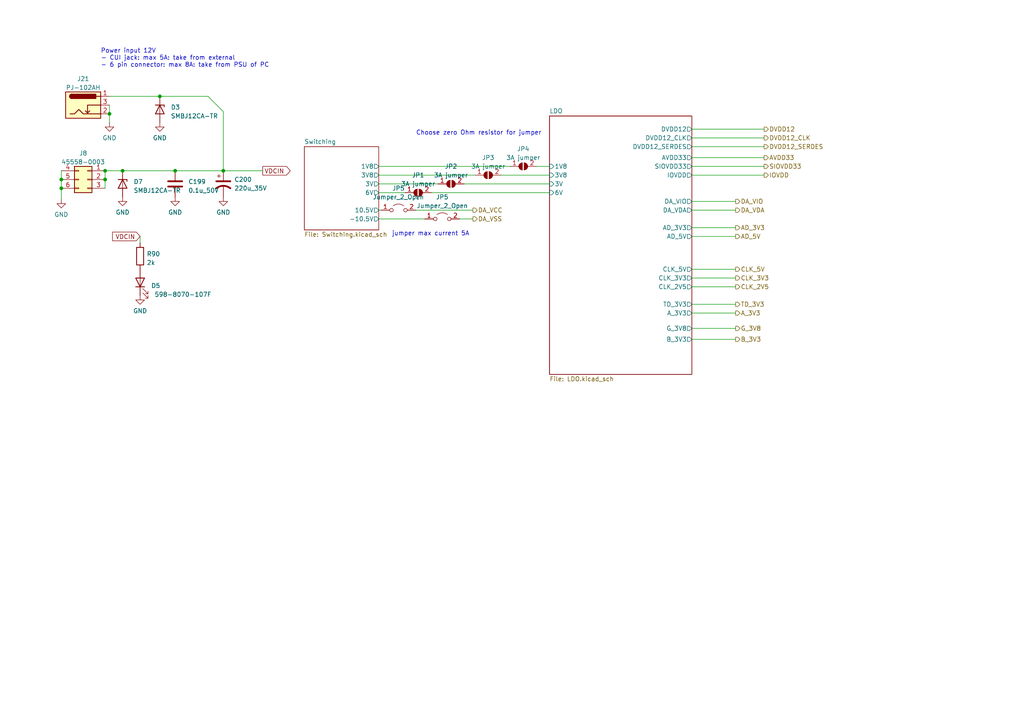
<source format=kicad_sch>
(kicad_sch (version 20230121) (generator eeschema)
  (paper "A4")
  (lib_symbols
    (symbol "Connector:Barrel_Jack_Switch" (pin_names hide)
      (property "Reference" "J" (at 0 5.334 0))
      (property "Value" "Barrel_Jack_Switch" (at 0 -5.08 0))
      (symbol "Barrel_Jack_Switch_0_1"
        (rectangle (start -5.08 3.81) (end 5.08 -3.81) (stroke (width 0.254)) (fill (type background)))
        (arc (start -3.302 3.175) (mid -3.9343 2.54) (end -3.302 1.905) (stroke (width 0.254)))
        (arc (start -3.302 3.175) (mid -3.9343 2.54) (end -3.302 1.905) (stroke (width 0.254)) (fill (type outline)))
        (polyline (pts (xy 1.27 -2.286) (xy 1.905 -1.651)) (stroke (width 0.254)))
        (polyline (pts (xy 5.08 2.54) (xy 3.81 2.54)) (stroke (width 0.254)))
        (polyline (pts (xy 5.08 0) (xy 1.27 0) (xy 1.27 -2.286) (xy 0.635 -1.651)) (stroke (width 0.254)))
        (polyline (pts (xy -3.81 -2.54) (xy -2.54 -2.54) (xy -1.27 -1.27) (xy 0 -2.54) (xy 2.54 -2.54) (xy 5.08 -2.54)) (stroke (width 0.254)))
        (rectangle (start 3.683 3.175) (end -3.302 1.905) (stroke (width 0.254)) (fill (type outline)))
      )
      (symbol "Barrel_Jack_Switch_1_1"
        (pin passive line (at 7.62 2.54 180) (length 2.54) (name "~") (number "1"))
        (pin passive line (at 7.62 -2.54 180) (length 2.54) (name "~") (number "2"))
        (pin passive line (at 7.62 0 180) (length 2.54) (name "~") (number "3"))
      )
    )
    (symbol "Connector_Generic:Conn_02x03_Top_Bottom" (pin_names (offset 1.016) hide)
      (property "Reference" "J" (at 1.27 5.08 0))
      (property "Value" "Conn_02x03_Top_Bottom" (at 1.27 -5.08 0))
      (symbol "Conn_02x03_Top_Bottom_1_1"
        (rectangle (start -1.27 -2.413) (end 0 -2.667) (stroke (width 0.1524)))
        (rectangle (start -1.27 0.127) (end 0 -0.127) (stroke (width 0.1524)))
        (rectangle (start -1.27 2.667) (end 0 2.413) (stroke (width 0.1524)))
        (rectangle (start -1.27 3.81) (end 3.81 -3.81) (stroke (width 0.254)) (fill (type background)))
        (rectangle (start 3.81 -2.413) (end 2.54 -2.667) (stroke (width 0.1524)))
        (rectangle (start 3.81 0.127) (end 2.54 -0.127) (stroke (width 0.1524)))
        (rectangle (start 3.81 2.667) (end 2.54 2.413) (stroke (width 0.1524)))
        (pin passive line (at -5.08 2.54 0) (length 3.81) (name "Pin_1") (number "1"))
        (pin passive line (at -5.08 0 0) (length 3.81) (name "Pin_2") (number "2"))
        (pin passive line (at -5.08 -2.54 0) (length 3.81) (name "Pin_3") (number "3"))
        (pin passive line (at 7.62 2.54 180) (length 3.81) (name "Pin_4") (number "4"))
        (pin passive line (at 7.62 0 180) (length 3.81) (name "Pin_5") (number "5"))
        (pin passive line (at 7.62 -2.54 180) (length 3.81) (name "Pin_6") (number "6"))
      )
    )
    (symbol "Device:C" (pin_numbers hide) (pin_names (offset 0.254))
      (property "Reference" "C" (at 0.635 2.54 0))
      (property "Value" "C" (at 0.635 -2.54 0))
      (symbol "C_0_1"
        (polyline (pts (xy -2.032 -0.762) (xy 2.032 -0.762)) (stroke (width 0.508)))
        (polyline (pts (xy -2.032 0.762) (xy 2.032 0.762)) (stroke (width 0.508)))
      )
      (symbol "C_1_1"
        (pin passive line (at 0 3.81 270) (length 2.794) (name "~") (number "1"))
        (pin passive line (at 0 -3.81 90) (length 2.794) (name "~") (number "2"))
      )
    )
    (symbol "Device:C_Polarized_US" (pin_numbers hide) (pin_names (offset 0.254) hide)
      (property "Reference" "C" (at 0.635 2.54 0))
      (property "Value" "C_Polarized_US" (at 0.635 -2.54 0))
      (symbol "C_Polarized_US_0_1"
        (polyline (pts (xy -2.032 0.762) (xy 2.032 0.762)) (stroke (width 0.508)))
        (polyline (pts (xy -1.778 2.286) (xy -0.762 2.286)))
        (polyline (pts (xy -1.27 1.778) (xy -1.27 2.794)))
        (arc (start 2.032 -1.27) (mid 0 -0.5572) (end -2.032 -1.27) (stroke (width 0.508)))
      )
      (symbol "C_Polarized_US_1_1"
        (pin passive line (at 0 3.81 270) (length 2.794) (name "~") (number "1"))
        (pin passive line (at 0 -3.81 90) (length 3.302) (name "~") (number "2"))
      )
    )
    (symbol "Device:D_Zener" (pin_numbers hide) (pin_names (offset 1.016) hide)
      (property "Reference" "D" (at 0 2.54 0))
      (property "Value" "D_Zener" (at 0 -2.54 0))
      (symbol "D_Zener_0_1"
        (polyline (pts (xy 1.27 0) (xy -1.27 0)))
        (polyline (pts (xy -1.27 -1.27) (xy -1.27 1.27) (xy -0.762 1.27)) (stroke (width 0.254)))
        (polyline (pts (xy 1.27 -1.27) (xy 1.27 1.27) (xy -1.27 0) (xy 1.27 -1.27)) (stroke (width 0.254)))
      )
      (symbol "D_Zener_1_1"
        (pin passive line (at -3.81 0 0) (length 2.54) (name "K") (number "1"))
        (pin passive line (at 3.81 0 180) (length 2.54) (name "A") (number "2"))
      )
    )
    (symbol "Device:LED" (pin_numbers hide) (pin_names (offset 1.016) hide)
      (property "Reference" "D" (at 0 2.54 0))
      (property "Value" "LED" (at 0 -2.54 0))
      (symbol "LED_0_1"
        (polyline (pts (xy -1.27 -1.27) (xy -1.27 1.27)) (stroke (width 0.254)))
        (polyline (pts (xy -1.27 0) (xy 1.27 0)))
        (polyline (pts (xy 1.27 -1.27) (xy 1.27 1.27) (xy -1.27 0) (xy 1.27 -1.27)) (stroke (width 0.254)))
        (polyline (pts (xy -3.048 -0.762) (xy -4.572 -2.286) (xy -3.81 -2.286) (xy -4.572 -2.286) (xy -4.572 -1.524)))
        (polyline (pts (xy -1.778 -0.762) (xy -3.302 -2.286) (xy -2.54 -2.286) (xy -3.302 -2.286) (xy -3.302 -1.524)))
      )
      (symbol "LED_1_1"
        (pin passive line (at -3.81 0 0) (length 2.54) (name "K") (number "1"))
        (pin passive line (at 3.81 0 180) (length 2.54) (name "A") (number "2"))
      )
    )
    (symbol "Device:R" (pin_numbers hide) (pin_names (offset 0))
      (property "Reference" "R" (at 2.032 0 90))
      (property "Value" "R" (at 0 0 90))
      (symbol "R_0_1"
        (rectangle (start -1.016 -2.54) (end 1.016 2.54) (stroke (width 0.254)))
      )
      (symbol "R_1_1"
        (pin passive line (at 0 3.81 270) (length 1.27) (name "~") (number "1"))
        (pin passive line (at 0 -3.81 90) (length 1.27) (name "~") (number "2"))
      )
    )
    (symbol "Jumper:Jumper_2_Open" (pin_names (offset 0) hide)
      (property "Reference" "JP" (at 0 2.794 0))
      (property "Value" "Jumper_2_Open" (at 0 -2.286 0))
      (symbol "Jumper_2_Open_0_0"
        (circle (center -2.032 0) (radius 0.508))
        (circle (center 2.032 0) (radius 0.508))
      )
      (symbol "Jumper_2_Open_0_1"
        (arc (start 1.524 1.27) (mid 0 1.778) (end -1.524 1.27))
      )
      (symbol "Jumper_2_Open_1_1"
        (pin passive line (at -5.08 0 0) (length 2.54) (name "A") (number "1"))
        (pin passive line (at 5.08 0 180) (length 2.54) (name "B") (number "2"))
      )
    )
    (symbol "Jumper:SolderJumper_2_Open" (pin_names (offset 0) hide)
      (property "Reference" "JP" (at 0 2.032 0))
      (property "Value" "SolderJumper_2_Open" (at 0 -2.54 0))
      (symbol "SolderJumper_2_Open_0_1"
        (arc (start -0.254 1.016) (mid -1.2656 0) (end -0.254 -1.016))
        (arc (start -0.254 1.016) (mid -1.2656 0) (end -0.254 -1.016) (fill (type outline)))
        (polyline (pts (xy -0.254 1.016) (xy -0.254 -1.016)))
        (polyline (pts (xy 0.254 1.016) (xy 0.254 -1.016)))
        (arc (start 0.254 -1.016) (mid 1.2656 0) (end 0.254 1.016))
        (arc (start 0.254 -1.016) (mid 1.2656 0) (end 0.254 1.016) (fill (type outline)))
      )
      (symbol "SolderJumper_2_Open_1_1"
        (pin passive line (at -3.81 0 0) (length 2.54) (name "A") (number "1"))
        (pin passive line (at 3.81 0 180) (length 2.54) (name "B") (number "2"))
      )
    )
    (symbol "power:GND" (power) (pin_names (offset 0))
      (property "Value" "GND" (at 0 -3.81 0))
      (symbol "GND_0_1"
        (polyline (pts (xy 0 0) (xy 0 -1.27) (xy 1.27 -1.27) (xy 0 -2.54) (xy -1.27 -1.27) (xy 0 -1.27)))
      )
      (symbol "GND_1_1"
        (pin power_in line (at 0 0 270) (length 0) hide (name "GND") (number "1"))
      )
    )
  )
  (bus_alias "JESD_DATA" (members "224_MGTTX0_P" "224_MGTTX0_N" "224_MGTTX1_P" "224_MGTTX1_N" "224_MGTTX2_P" "224_MGTTX2_N" "224_MGTTX3_P" "224_MGTTX3_N"))
  (bus_alias "JESD_PWR" (members "DVDD12" "DVDD12_CLK" "DVDD12_SERDES" "AVDD33" "SIOVDD33" "IOVDD"))
  (junction (at 17.78 54.61))
  (junction (at 50.8 49.53))
  (junction (at 64.77 49.53))
  (junction (at 30.48 49.53))
  (junction (at 17.78 52.07))
  (junction (at 46.355 27.94))
  (junction (at 35.56 49.53))
  (junction (at 31.75 33.02))
  (junction (at 30.48 52.07))
  (wire (pts (xy 155.575 48.26) (xy 159.385 48.26)))
  (wire (pts (xy 64.77 32.385) (xy 64.77 49.53)))
  (wire (pts (xy 134.62 53.34) (xy 159.385 53.34)))
  (wire (pts (xy 109.855 63.5) (xy 123.19 63.5)))
  (wire (pts (xy 64.77 32.385) (xy 60.325 27.94)))
  (wire (pts (xy 109.855 53.34) (xy 127 53.34)))
  (wire (pts (xy 17.78 49.53) (xy 17.78 52.07)))
  (wire (pts (xy 46.355 27.94) (xy 60.325 27.94)))
  (wire (pts (xy 109.855 48.26) (xy 147.955 48.26)))
  (wire (pts (xy 200.66 60.96) (xy 213.36 60.96)))
  (wire (pts (xy 30.48 54.61) (xy 30.48 52.07)))
  (wire (pts (xy 200.66 88.265) (xy 213.36 88.265)))
  (wire (pts (xy 17.78 54.61) (xy 17.78 57.785)))
  (wire (pts (xy 17.78 52.07) (xy 17.78 54.61)))
  (wire (pts (xy 200.66 78.105) (xy 213.36 78.105)))
  (wire (pts (xy 200.66 42.545) (xy 221.615 42.545)))
  (wire (pts (xy 200.66 58.42) (xy 213.36 58.42)))
  (wire (pts (xy 200.66 48.26) (xy 221.615 48.26)))
  (wire (pts (xy 200.66 68.58) (xy 213.36 68.58)))
  (wire (pts (xy 125.095 55.88) (xy 159.385 55.88)))
  (wire (pts (xy 200.66 95.25) (xy 213.36 95.25)))
  (wire (pts (xy 64.77 49.53) (xy 76.2 49.53)))
  (wire (pts (xy 200.66 40.005) (xy 221.615 40.005)))
  (wire (pts (xy 200.66 98.425) (xy 213.36 98.425)))
  (wire (pts (xy 40.64 68.58) (xy 40.64 70.485)))
  (wire (pts (xy 145.415 50.8) (xy 159.385 50.8)))
  (wire (pts (xy 200.66 83.185) (xy 213.36 83.185)))
  (wire (pts (xy 30.48 52.07) (xy 30.48 49.53)))
  (wire (pts (xy 50.8 49.53) (xy 64.77 49.53)))
  (wire (pts (xy 31.75 33.02) (xy 31.75 35.56)))
  (wire (pts (xy 200.66 90.805) (xy 213.36 90.805)))
  (wire (pts (xy 200.66 80.645) (xy 213.36 80.645)))
  (wire (pts (xy 120.65 60.96) (xy 137.16 60.96)))
  (wire (pts (xy 200.66 50.8) (xy 221.615 50.8)))
  (wire (pts (xy 109.855 60.96) (xy 110.49 60.96)))
  (wire (pts (xy 200.66 45.72) (xy 221.615 45.72)))
  (wire (pts (xy 31.75 30.48) (xy 31.75 33.02)))
  (wire (pts (xy 31.75 27.94) (xy 46.355 27.94)))
  (wire (pts (xy 30.48 49.53) (xy 35.56 49.53)))
  (wire (pts (xy 109.855 50.8) (xy 137.795 50.8)))
  (wire (pts (xy 109.855 55.88) (xy 117.475 55.88)))
  (wire (pts (xy 200.66 66.04) (xy 213.36 66.04)))
  (wire (pts (xy 200.66 37.465) (xy 221.615 37.465)))
  (wire (pts (xy 133.35 63.5) (xy 137.16 63.5)))
  (wire (pts (xy 35.56 49.53) (xy 50.8 49.53)))
  (text "Choose zero Ohm resistor for jumper" (at 120.65 39.37 0) (effects (font (size 1.27 1.27)) (justify left bottom)))
  (text "jumper max current 5A" (at 113.665 68.58 0) (effects (font (size 1.27 1.27)) (justify left bottom)))
  (text "Power input 12V\n- CUI jack: max 5A: take from external\n- 6 pin connector: max 8A: take from PSU of PC" (at 29.21 19.685 0) (effects (font (size 1.27 1.27)) (justify left bottom)))
  (global_label "VDCIN" (shape input) (at 40.64 68.58 180) (property "Intersheetrefs" "${INTERSHEET_REFS}" (effects hide)))
  (global_label "VDCIN" (shape output) (at 76.2 49.53 0) (property "Intersheetrefs" "${INTERSHEET_REFS}" (effects hide)))
  (hierarchical_label "AD_3V3" (shape output) (at 213.36 66.04 0))
  (hierarchical_label "CLK_3V3" (shape output) (at 213.36 80.645 0))
  (hierarchical_label "IOVDD" (shape output) (at 221.615 50.8 0))
  (hierarchical_label "DVDD12" (shape output) (at 221.615 37.465 0))
  (hierarchical_label "CLK_2V5" (shape output) (at 213.36 83.185 0))
  (hierarchical_label "DVDD12_CLK" (shape output) (at 221.615 40.005 0))
  (hierarchical_label "B_3V3" (shape output) (at 213.36 98.425 0))
  (hierarchical_label "DA_VDA" (shape output) (at 213.36 60.96 0))
  (hierarchical_label "DA_VCC" (shape output) (at 137.16 60.96 0))
  (hierarchical_label "AVDD33" (shape output) (at 221.615 45.72 0))
  (hierarchical_label "AD_5V" (shape output) (at 213.36 68.58 0))
  (hierarchical_label "DA_VSS" (shape output) (at 137.16 63.5 0))
  (hierarchical_label "DA_VIO" (shape output) (at 213.36 58.42 0))
  (hierarchical_label "DVDD12_SERDES" (shape output) (at 221.615 42.545 0))
  (hierarchical_label "TD_3V3" (shape output) (at 213.36 88.265 0))
  (hierarchical_label "G_3V8" (shape output) (at 213.36 95.25 0))
  (hierarchical_label "A_3V3" (shape output) (at 213.36 90.805 0))
  (hierarchical_label "SIOVDD33" (shape output) (at 221.615 48.26 0))
  (hierarchical_label "CLK_5V" (shape output) (at 213.36 78.105 0))
  (symbol (lib_id "Jumper:SolderJumper_2_Open") (at 121.285 55.88 0) (unit 1)
    (property "Reference" "JP1" (at 121.285 50.8 0))
    (property "Value" "3A jumper" (at 121.285 53.34 0))
    (property "Footprint" "Connector_PinHeader_2.54mm:PinHeader_1x02_P2.54mm_Vertical" (effects hide))
    (property "Datasheet" "https://www.mouser.fr/ProductDetail/Wurth-Elektronik/60900213421?qs=W%252B2sBeLta1bsO5t19%2FBN7Q%3D%3D" (effects hide))
    (property "Part" " 60900213421" (effects hide))
    (property "Description" "2.54mm jumper 3A" (effects hide))
    (property "Man" "WE" (effects hide))
    (property "Dis" "Mouser" (effects hide))
    (property "Unitprice" "0.301" (effects hide))
  )
  (symbol (lib_id "Device:LED") (at 40.64 81.915 90) (unit 1)
    (property "Reference" "D5" (at 43.815 82.8675 90) (effects (justify right)))
    (property "Value" " 598-8070-107F" (at 43.815 85.4075 90) (effects (justify right)))
    (property "Footprint" "LED_SMD:LED_0603_1608Metric" (effects hide))
    (property "Datasheet" "https://www.mouser.fr/ProductDetail/Dialight/598-8070-107F?qs=7JStj%2FjQ2SEP6f6GzqcocA%3D%3D" (effects hide))
    (property "Part" "  598-8070-107F" (effects hide))
    (property "Description" " Standard LEDs - SMD Green Water Clr 40mcd 570nm" (effects hide))
    (property "Man" "Dialight" (effects hide))
    (property "Dis" "Mouser" (effects hide))
    (property "Unitprice" "0.31" (effects hide))
    (instances (project "DACs_Eval" (path "" (reference "D5") (unit 1))) (project "Bread" (path "" (reference "D7") (unit 1))) (project "Bread70" (path "" (reference "D4") (unit 1))))
  )
  (symbol (lib_id "power:GND") (at 50.8 57.15 0) (unit 1)
    (property "Reference" "#PWR0131" (effects hide))
    (property "Value" "GND" (at 50.8 61.595 0))
    (instances (project "DACs_Eval" (path "" (reference "#PWR0131") (unit 1))) (project "Bread" (path "" (reference "#PWR0142") (unit 1))) (project "Bread70" (path "" (reference "#PWR0117") (unit 1))))
  )
  (symbol (lib_id "Jumper:Jumper_2_Open") (at 128.27 63.5 0) (unit 1)
    (property "Reference" "JP5" (at 128.27 57.15 0))
    (property "Value" "Jumper_2_Open" (at 128.27 59.69 0))
    (property "Footprint" "Resistor_SMD:R_0603_1608Metric" (effects hide))
    (property "Datasheet" "https://www.mouser.fr/ProductDetail/Vishay-Dale/CRCW06030000Z0EBHP?qs=vtpzqDgAoblk9PaX%2FXpYqQ%3D%3D" (effects hide))
    (property "Part" " CRCW06030000Z0EBHP" (effects hide))
    (property "Man" " Vishay / Dale " (effects hide))
    (property "Dis" "Mouser" (effects hide))
    (property "Description" "  Thick Film Resistors - SMD 0.33W Zeroohm Jumper High Power AEC-Q200" (effects hide))
    (instances (project "Bread70" (path "" (reference "JP5") (unit 1)) (path "" (reference "JP12") (unit 1))))
  )
  (symbol (lib_id "Jumper:SolderJumper_2_Open") (at 130.81 53.34 0) (unit 1)
    (property "Reference" "JP2" (at 130.81 48.26 0))
    (property "Value" "3A jumper" (at 130.81 50.8 0))
    (property "Footprint" "Connector_PinHeader_2.54mm:PinHeader_1x02_P2.54mm_Vertical" (effects hide))
    (property "Datasheet" "https://www.mouser.fr/ProductDetail/Wurth-Elektronik/60900213421?qs=W%252B2sBeLta1bsO5t19%2FBN7Q%3D%3D" (effects hide))
    (property "Part" " 60900213421" (effects hide))
    (property "Description" "2.54mm jumper 3A" (effects hide))
    (property "Man" "WE" (effects hide))
    (property "Dis" "Mouser" (effects hide))
    (property "Unitprice" "0.301" (effects hide))
  )
  (symbol (lib_id "Device:D_Zener") (at 35.56 53.34 270) (unit 1)
    (property "Reference" "D7" (at 38.735 52.705 90) (effects (justify left)))
    (property "Value" "SMBJ12CA-TR" (at 38.735 55.245 90) (effects (justify left)))
    (property "Footprint" "VQ_footprints:DO-214AA-2" (effects hide))
    (property "Datasheet" "https://www.mouser.fr/ProductDetail/STMicroelectronics/SMBJ12CA-TR?qs=FCy9u%2F1kXgGPiLBokYHUrg%3D%3D" (effects hide))
    (property "Part" "SMBJ12CA-TR" (effects hide))
    (property "Description" " ESD Suppressors / TVS Diodes 600W 12V Bidirect" (effects hide))
    (property "Dis" "Mouser" (effects hide))
    (property "Man" "ST microelectronics" (effects hide))
    (property "Unitprice" "0.47" (effects hide))
  )
  (symbol (lib_id "Jumper:Jumper_2_Open") (at 115.57 60.96 0) (unit 1)
    (property "Reference" "JP5" (at 115.57 54.61 0))
    (property "Value" "Jumper_2_Open" (at 115.57 57.15 0))
    (property "Footprint" "Resistor_SMD:R_0603_1608Metric" (effects hide))
    (property "Datasheet" "https://www.mouser.fr/ProductDetail/Vishay-Dale/CRCW06030000Z0EBHP?qs=vtpzqDgAoblk9PaX%2FXpYqQ%3D%3D" (effects hide))
    (property "Part" " CRCW06030000Z0EBHP" (effects hide))
    (property "Man" " Vishay / Dale " (effects hide))
    (property "Dis" "Mouser" (effects hide))
    (property "Description" "  Thick Film Resistors - SMD 0.33W Zeroohm Jumper High Power AEC-Q200" (effects hide))
    (instances (project "Bread70" (path "" (reference "JP5") (unit 1)) (path "" (reference "JP11") (unit 1))))
  )
  (symbol (lib_id "Jumper:SolderJumper_2_Open") (at 141.605 50.8 0) (unit 1)
    (property "Reference" "JP3" (at 141.605 45.72 0))
    (property "Value" "3A jumper" (at 141.605 48.26 0))
    (property "Footprint" "Connector_PinHeader_2.54mm:PinHeader_1x02_P2.54mm_Vertical" (effects hide))
    (property "Datasheet" "https://www.mouser.fr/ProductDetail/Wurth-Elektronik/60900213421?qs=W%252B2sBeLta1bsO5t19%2FBN7Q%3D%3D" (effects hide))
    (property "Part" " 60900213421" (effects hide))
    (property "Description" "2.54mm jumper 3A" (effects hide))
    (property "Man" "WE" (effects hide))
    (property "Dis" "Mouser" (effects hide))
    (property "Unitprice" "0.301" (effects hide))
  )
  (symbol (lib_id "Jumper:SolderJumper_2_Open") (at 151.765 48.26 0) (unit 1)
    (property "Reference" "JP4" (at 151.765 43.18 0))
    (property "Value" "3A jumper" (at 151.765 45.72 0))
    (property "Footprint" "Connector_PinHeader_2.54mm:PinHeader_1x02_P2.54mm_Vertical" (effects hide))
    (property "Datasheet" "https://www.mouser.fr/ProductDetail/Wurth-Elektronik/60900213421?qs=W%252B2sBeLta1bsO5t19%2FBN7Q%3D%3D" (effects hide))
    (property "Part" " 60900213421" (effects hide))
    (property "Description" "2.54mm jumper 3A" (effects hide))
    (property "Man" "WE" (effects hide))
    (property "Dis" "Mouser" (effects hide))
    (property "Unitprice" "0.301" (effects hide))
  )
  (symbol (lib_id "power:GND") (at 35.56 57.15 0) (unit 1)
    (property "Reference" "#PWR0131" (effects hide))
    (property "Value" "GND" (at 35.56 61.595 0))
    (instances (project "DACs_Eval" (path "" (reference "#PWR0131") (unit 1))) (project "Bread" (path "" (reference "#PWR0142") (unit 1))) (project "Bread70" (path "" (reference "#PWR0225") (unit 1))))
  )
  (symbol (lib_id "power:GND") (at 40.64 85.725 0) (unit 1)
    (property "Reference" "#PWR0133" (effects hide))
    (property "Value" "GND" (at 40.64 90.17 0))
    (instances (project "DACs_Eval" (path "" (reference "#PWR0133") (unit 1))) (project "Bread" (path "" (reference "#PWR0141") (unit 1))) (project "Bread70" (path "" (reference "#PWR0116") (unit 1))))
  )
  (symbol (lib_id "power:GND") (at 31.75 35.56 0) (unit 1)
    (property "Reference" "#PWR0131" (effects hide))
    (property "Value" "GND" (at 31.75 40.005 0))
    (instances (project "DACs_Eval" (path "" (reference "#PWR0131") (unit 1))) (project "Bread" (path "" (reference "#PWR0142") (unit 1))) (project "Bread70" (path "" (reference "#PWR0218") (unit 1))))
  )
  (symbol (lib_id "Device:C_Polarized_US") (at 64.77 53.34 0) (unit 1)
    (property "Reference" "C200" (at 67.945 52.07 0) (effects (justify left)))
    (property "Value" "220u_35V" (at 67.945 54.61 0) (effects (justify left)))
    (property "Footprint" "Capacitor_SMD:CP_Elec_10x10.5" (effects hide))
    (property "Datasheet" "https://www.mouser.fr/ProductDetail/Panasonic/EEE-TP1V221AP?qs=tqvsmoK%252ByvEMmocIk1JbFQ%3D%3D" (effects hide))
    (property "Part" " EEE-TP1V221AP" (effects hide))
    (property "Description" " Aluminium Electrolytic Capacitors - SMD 220UF 35V TP SMD" (effects hide))
    (property "Man" "Panasonic" (effects hide))
    (property "Dis" "Mouser" (effects hide))
    (property "Unitprice" "1.36" (effects hide))
    (instances (project "DACs_Eval" (path "" (reference "C200") (unit 1))) (project "Bread" (path "" (reference "C213") (unit 1))) (project "Bread70" (path "" (reference "C183") (unit 1))))
  )
  (symbol (lib_id "power:GND") (at 17.78 57.785 0) (unit 1)
    (property "Reference" "#PWR0114" (effects hide))
    (property "Value" "GND" (at 17.78 62.23 0))
    (instances (project "DACs_Eval" (path "" (reference "#PWR0114") (unit 1))) (project "Bread" (path "" (reference "#PWR0140") (unit 1))) (project "Bread70" (path "" (reference "#PWR0115") (unit 1))))
  )
  (symbol (lib_id "Connector_Generic:Conn_02x03_Top_Bottom") (at 25.4 52.07 0) (mirror y) (unit 1)
    (property "Reference" "J8" (at 24.13 44.45 0))
    (property "Value" "45558-0003" (at 24.13 46.99 0))
    (property "Footprint" "External:Molex-455580003-Recommended_Land_Pattern_" (effects hide))
    (property "Datasheet" "https://www.mouser.fr/ProductDetail/Molex/45558-0003?qs=c7kbnNtxOmgPtIF7q2whYA%3D%3D" (effects hide))
    (property "Part" " 45558-0003" (effects hide))
    (property "Description" " Headers & Wire Housings MF Jr Hdr Assy 6Ckt t Spl Polz Tin 2 Peg" (effects hide))
    (property "Man" "Molex" (effects hide))
    (property "Dis" "Mouser" (effects hide))
    (property "Unitprice" "1.07" (effects hide))
    (instances (project "DACs_Eval" (path "" (reference "J8") (unit 1))) (project "Bread" (path "" (reference "J20") (unit 1))) (project "Bread70" (path "" (reference "J20") (unit 1))))
  )
  (symbol (lib_id "Device:R") (at 40.64 74.295 0) (unit 1)
    (property "Reference" "R90" (at 42.545 73.66 0) (effects (justify left)))
    (property "Value" "2k" (at 42.545 76.2 0) (effects (justify left)))
    (property "Footprint" "Resistor_SMD:R_0603_1608Metric" (effects hide))
    (property "Datasheet" "https://www.mouser.fr/ProductDetail/Panasonic/ERJ-3EKF2001V?qs=66DK8nO8gJB6oRfYYGuuZQ%3D%3D" (effects hide))
    (property "Part" " ERJ-3EKF2001V" (effects hide))
    (property "Description" " Thick Film Resistors - SMD 0603 2Kohms 1% AEC-Q200 " (effects hide))
    (property "Man" "Panasonic" (effects hide))
    (property "Dis" "Mouser" (effects hide))
    (property "Unitprice" "0.094" (effects hide))
    (instances (project "DACs_Eval" (path "" (reference "R90") (unit 1))) (project "Bread" (path "" (reference "R85") (unit 1))) (project "Bread70" (path "" (reference "R64") (unit 1))))
  )
  (symbol (lib_id "Device:D_Zener") (at 46.355 31.75 270) (unit 1)
    (property "Reference" "D3" (at 49.53 31.115 90) (effects (justify left)))
    (property "Value" "SMBJ12CA-TR" (at 49.53 33.655 90) (effects (justify left)))
    (property "Footprint" "VQ_footprints:DO-214AA-2" (effects hide))
    (property "Datasheet" "https://www.mouser.fr/ProductDetail/STMicroelectronics/SMBJ12CA-TR?qs=FCy9u%2F1kXgGPiLBokYHUrg%3D%3D" (effects hide))
    (property "Part" "SMBJ12CA-TR" (effects hide))
    (property "Description" " ESD Suppressors / TVS Diodes 600W 12V Bidirect" (effects hide))
    (property "Dis" "Mouser" (effects hide))
    (property "Man" "ST microelectronics" (effects hide))
    (property "Unitprice" "0.47" (effects hide))
  )
  (symbol (lib_id "power:GND") (at 64.77 57.15 0) (unit 1)
    (property "Reference" "#PWR0132" (effects hide))
    (property "Value" "GND" (at 64.77 61.595 0))
    (instances (project "DACs_Eval" (path "" (reference "#PWR0132") (unit 1))) (project "Bread" (path "" (reference "#PWR0143") (unit 1))) (project "Bread70" (path "" (reference "#PWR0118") (unit 1))))
  )
  (symbol (lib_id "Connector:Barrel_Jack_Switch") (at 24.13 30.48 0) (unit 1)
    (property "Reference" "J21" (at 24.13 22.86 0))
    (property "Value" "PJ-102AH" (at 24.13 25.4 0))
    (property "Footprint" "VQ_footprints:CUI_JP-102AH" (effects hide))
    (property "Datasheet" "https://www.mouser.fr/ProductDetail/CUI-Devices/PJ-102AH?qs=WyjlAZoYn50Yq4CrVLCXLw%3D%3D" (effects hide))
    (property "Part" "PJ-102AH" (effects hide))
    (property "Description" " DC power jack" (effects hide))
    (property "Man" "CUI Devices" (effects hide))
    (property "Dis" "Mouser" (effects hide))
    (property "Unitprice" "0.771" (effects hide))
  )
  (symbol (lib_id "power:GND") (at 46.355 35.56 0) (unit 1)
    (property "Reference" "#PWR0131" (effects hide))
    (property "Value" "GND" (at 46.355 40.005 0))
    (instances (project "DACs_Eval" (path "" (reference "#PWR0131") (unit 1))) (project "Bread" (path "" (reference "#PWR0142") (unit 1))) (project "Bread70" (path "" (reference "#PWR0224") (unit 1))))
  )
  (symbol (lib_id "Device:C") (at 50.8 53.34 0) (unit 1)
    (property "Reference" "C199" (at 54.61 52.705 0) (effects (justify left)))
    (property "Value" "0.1u_50V" (at 54.61 55.245 0) (effects (justify left)))
    (property "Footprint" "Capacitor_SMD:C_0603_1608Metric" (effects hide))
    (property "Datasheet" "https://www.mouser.fr/ProductDetail/KEMET/C0603C104K5RAC3121?qs=oBCMsStVSxe1EkGyoyETtg%3D%3D" (effects hide))
    (property "Part" " C0603C104K5RAC3121 " (effects hide))
    (property "Description" " Multilayer Ceramic Capacitors MLCC - SMD/SMT 50V 0.1uF X7R 0603 10% AEC-Q200" (effects hide))
    (property "Man" "KEMET" (effects hide))
    (property "Dis" "Mouser" (effects hide))
    (property "Unitprice" "0.122" (effects hide))
    (instances (project "DACs_Eval" (path "" (reference "C199") (unit 1))) (project "Bread" (path "" (reference "C212") (unit 1))) (project "Bread70" (path "" (reference "C182") (unit 1))))
  )
  (sheet (at 159.385 33.655) (size 41.275 74.93) (stroke (width 0.1524))
    (property "Sheetname" "LDO" (at 159.385 32.9434 0) (effects (justify left bottom)))
    (property "Sheetfile" "LDO.kicad_sch" (at 159.385 109.1696 0) (effects (justify left top)))
    (pin "DVDD12_CLK" output (at 200.66 40.005 0))
    (pin "DVDD12_SERDES" output (at 200.66 42.545 0))
    (pin "1V8" input (at 159.385 48.26 180))
    (pin "DVDD12" output (at 200.66 37.465 0))
    (pin "DA_VIO" output (at 200.66 58.42 0))
    (pin "3V8" input (at 159.385 50.8 180))
    (pin "AD_3V3" output (at 200.66 66.04 0))
    (pin "AVDD33" output (at 200.66 45.72 0))
    (pin "SIOVDD33" output (at 200.66 48.26 0))
    (pin "IOVDD" output (at 200.66 50.8 0))
    (pin "CLK_3V3" output (at 200.66 80.645 0))
    (pin "6V" input (at 159.385 55.88 180))
    (pin "TD_3V3" output (at 200.66 88.265 0))
    (pin "A_3V3" output (at 200.66 90.805 0))
    (pin "CLK_2V5" output (at 200.66 83.185 0))
    (pin "3V" input (at 159.385 53.34 180))
    (pin "DA_VDA" output (at 200.66 60.96 0))
    (pin "AD_5V" output (at 200.66 68.58 0))
    (pin "CLK_5V" output (at 200.66 78.105 0))
    (pin "G_3V8" output (at 200.66 95.25 0))
    (pin "B_3V3" output (at 200.66 98.425 0))
  )
  (sheet (at 88.265 42.545) (size 21.59 24.13) (stroke (width 0.1524))
    (property "Sheetname" "Switching" (at 88.265 41.8334 0) (effects (justify left bottom)))
    (property "Sheetfile" "Switching.kicad_sch" (at 88.265 67.2596 0) (effects (justify left top)))
    (pin "10.5V" output (at 109.855 60.96 0))
    (pin "-10.5V" output (at 109.855 63.5 0))
    (pin "6V" output (at 109.855 55.88 0))
    (pin "3V" output (at 109.855 53.34 0))
    (pin "3V8" output (at 109.855 50.8 0))
    (pin "1V8" output (at 109.855 48.26 0))
  )
)
</source>
